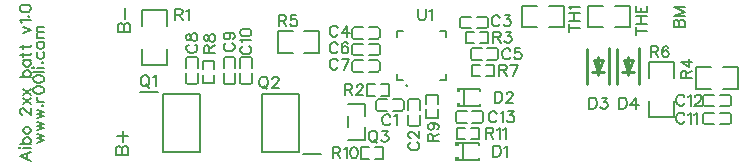
<source format=gto>
G04 Layer: TopSilkscreenLayer*
G04 EasyEDA v6.5.1, 2022-03-31 19:18:02*
G04 fb237d5051ec4c31b6b5e7a524a6c443,10*
G04 Gerber Generator version 0.2*
G04 Scale: 100 percent, Rotated: No, Reflected: No *
G04 Dimensions in millimeters *
G04 leading zeros omitted , absolute positions ,4 integer and 5 decimal *
%FSLAX45Y45*%
%MOMM*%

%ADD10C,0.2540*%
%ADD32C,0.1520*%
%ADD33C,0.1524*%
%ADD34C,0.1999*%
%ADD35C,0.1500*%
%ADD36C,0.1600*%

%LPD*%
D36*
X-151637Y-1322578D02*
G01*
X-56134Y-1358900D01*
X-151637Y-1322578D02*
G01*
X-56134Y-1286255D01*
X-88137Y-1345184D02*
G01*
X-88137Y-1299718D01*
X-151637Y-1256284D02*
G01*
X-147065Y-1251712D01*
X-151637Y-1247139D01*
X-156210Y-1251712D01*
X-151637Y-1256284D01*
X-119887Y-1251712D02*
G01*
X-56134Y-1251712D01*
X-151637Y-1217168D02*
G01*
X-56134Y-1217168D01*
X-106171Y-1217168D02*
G01*
X-115315Y-1208023D01*
X-119887Y-1198879D01*
X-119887Y-1185163D01*
X-115315Y-1176273D01*
X-106171Y-1167129D01*
X-92710Y-1162557D01*
X-83565Y-1162557D01*
X-69850Y-1167129D01*
X-60705Y-1176273D01*
X-56134Y-1185163D01*
X-56134Y-1198879D01*
X-60705Y-1208023D01*
X-69850Y-1217168D01*
X-119887Y-1109726D02*
G01*
X-115315Y-1118870D01*
X-106171Y-1128013D01*
X-92710Y-1132586D01*
X-83565Y-1132586D01*
X-69850Y-1128013D01*
X-60705Y-1118870D01*
X-56134Y-1109726D01*
X-56134Y-1096263D01*
X-60705Y-1087120D01*
X-69850Y-1077976D01*
X-83565Y-1073404D01*
X-92710Y-1073404D01*
X-106171Y-1077976D01*
X-115315Y-1087120D01*
X-119887Y-1096263D01*
X-119887Y-1109726D01*
X-129031Y-969010D02*
G01*
X-133604Y-969010D01*
X-142494Y-964437D01*
X-147065Y-959865D01*
X-151637Y-950721D01*
X-151637Y-932434D01*
X-147065Y-923544D01*
X-142494Y-918971D01*
X-133604Y-914400D01*
X-124460Y-914400D01*
X-115315Y-918971D01*
X-101600Y-928115D01*
X-56134Y-973328D01*
X-56134Y-909828D01*
X-119887Y-879855D02*
G01*
X-56134Y-829818D01*
X-119887Y-829818D02*
G01*
X-56134Y-879855D01*
X-119887Y-799845D02*
G01*
X-56134Y-749807D01*
X-119887Y-749807D02*
G01*
X-56134Y-799845D01*
X-151637Y-649731D02*
G01*
X-56134Y-649731D01*
X-106171Y-649731D02*
G01*
X-115315Y-640842D01*
X-119887Y-631697D01*
X-119887Y-617981D01*
X-115315Y-608837D01*
X-106171Y-599694D01*
X-92710Y-595376D01*
X-83565Y-595376D01*
X-69850Y-599694D01*
X-60705Y-608837D01*
X-56134Y-617981D01*
X-56134Y-631697D01*
X-60705Y-640842D01*
X-69850Y-649731D01*
X-119887Y-510794D02*
G01*
X-56134Y-510794D01*
X-106171Y-510794D02*
G01*
X-115315Y-519684D01*
X-119887Y-528828D01*
X-119887Y-542544D01*
X-115315Y-551687D01*
X-106171Y-560831D01*
X-92710Y-565150D01*
X-83565Y-565150D01*
X-69850Y-560831D01*
X-60705Y-551687D01*
X-56134Y-542544D01*
X-56134Y-528828D01*
X-60705Y-519684D01*
X-69850Y-510794D01*
X-151637Y-467105D02*
G01*
X-74421Y-467105D01*
X-60705Y-462534D01*
X-56134Y-453389D01*
X-56134Y-444245D01*
X-119887Y-480821D02*
G01*
X-119887Y-448818D01*
X-151637Y-400812D02*
G01*
X-74421Y-400812D01*
X-60705Y-396239D01*
X-56134Y-387095D01*
X-56134Y-377952D01*
X-119887Y-414273D02*
G01*
X-119887Y-382523D01*
X-119887Y-277876D02*
G01*
X-56134Y-250697D01*
X-119887Y-223520D02*
G01*
X-56134Y-250697D01*
X-133604Y-193547D02*
G01*
X-138176Y-184404D01*
X-151637Y-170687D01*
X-56134Y-170687D01*
X-78994Y-136144D02*
G01*
X-74421Y-140715D01*
X-69850Y-136144D01*
X-74421Y-131571D01*
X-78994Y-136144D01*
X-151637Y-74421D02*
G01*
X-147065Y-87884D01*
X-133604Y-97028D01*
X-110744Y-101600D01*
X-97281Y-101600D01*
X-74421Y-97028D01*
X-60705Y-87884D01*
X-56134Y-74421D01*
X-56134Y-65278D01*
X-60705Y-51562D01*
X-74421Y-42418D01*
X-97281Y-38100D01*
X-110744Y-38100D01*
X-133604Y-42418D01*
X-147065Y-51562D01*
X-151637Y-65278D01*
X-151637Y-74421D01*
X-5587Y-1206500D02*
G01*
X58165Y-1188212D01*
X-5587Y-1170178D02*
G01*
X58165Y-1188212D01*
X-5587Y-1170178D02*
G01*
X58165Y-1151889D01*
X-5587Y-1133855D02*
G01*
X58165Y-1151889D01*
X-5587Y-1103884D02*
G01*
X58165Y-1085595D01*
X-5587Y-1067307D02*
G01*
X58165Y-1085595D01*
X-5587Y-1067307D02*
G01*
X58165Y-1049273D01*
X-5587Y-1030986D02*
G01*
X58165Y-1049273D01*
X-5587Y-1001013D02*
G01*
X58165Y-982979D01*
X-5587Y-964692D02*
G01*
X58165Y-982979D01*
X-5587Y-964692D02*
G01*
X58165Y-946404D01*
X-5587Y-928370D02*
G01*
X58165Y-946404D01*
X35305Y-893826D02*
G01*
X39878Y-898397D01*
X44450Y-893826D01*
X39878Y-889254D01*
X35305Y-893826D01*
X-5587Y-859281D02*
G01*
X58165Y-859281D01*
X21589Y-859281D02*
G01*
X8128Y-854710D01*
X-1015Y-845565D01*
X-5587Y-836421D01*
X-5587Y-822960D01*
X-37337Y-765555D02*
G01*
X-32765Y-779271D01*
X-19304Y-788415D01*
X3555Y-792987D01*
X17018Y-792987D01*
X39878Y-788415D01*
X53594Y-779271D01*
X58165Y-765555D01*
X58165Y-756412D01*
X53594Y-742950D01*
X39878Y-733805D01*
X17018Y-729234D01*
X3555Y-729234D01*
X-19304Y-733805D01*
X-32765Y-742950D01*
X-37337Y-756412D01*
X-37337Y-765555D01*
X-37337Y-671829D02*
G01*
X-32765Y-685545D01*
X-19304Y-694689D01*
X3555Y-699262D01*
X17018Y-699262D01*
X39878Y-694689D01*
X53594Y-685545D01*
X58165Y-671829D01*
X58165Y-662939D01*
X53594Y-649223D01*
X39878Y-640079D01*
X17018Y-635507D01*
X3555Y-635507D01*
X-19304Y-640079D01*
X-32765Y-649223D01*
X-37337Y-662939D01*
X-37337Y-671829D01*
X-37337Y-605536D02*
G01*
X58165Y-605536D01*
X-37337Y-575563D02*
G01*
X-32765Y-570992D01*
X-37337Y-566420D01*
X-41910Y-570992D01*
X-37337Y-575563D01*
X-5587Y-570992D02*
G01*
X58165Y-570992D01*
X35305Y-531876D02*
G01*
X39878Y-536447D01*
X44450Y-531876D01*
X39878Y-527304D01*
X35305Y-531876D01*
X8128Y-442976D02*
G01*
X-1015Y-451865D01*
X-5587Y-461010D01*
X-5587Y-474726D01*
X-1015Y-483870D01*
X8128Y-492760D01*
X21589Y-497331D01*
X30734Y-497331D01*
X44450Y-492760D01*
X53594Y-483870D01*
X58165Y-474726D01*
X58165Y-461010D01*
X53594Y-451865D01*
X44450Y-442976D01*
X-5587Y-390144D02*
G01*
X-1015Y-399287D01*
X8128Y-408431D01*
X21589Y-412750D01*
X30734Y-412750D01*
X44450Y-408431D01*
X53594Y-399287D01*
X58165Y-390144D01*
X58165Y-376428D01*
X53594Y-367284D01*
X44450Y-358394D01*
X30734Y-353821D01*
X21589Y-353821D01*
X8128Y-358394D01*
X-1015Y-367284D01*
X-5587Y-376428D01*
X-5587Y-390144D01*
X-5587Y-323850D02*
G01*
X58165Y-323850D01*
X12700Y-323850D02*
G01*
X-1015Y-310134D01*
X-5587Y-300989D01*
X-5587Y-287528D01*
X-1015Y-278384D01*
X12700Y-273812D01*
X58165Y-273812D01*
X12700Y-273812D02*
G01*
X-1015Y-260095D01*
X-5587Y-250952D01*
X-5587Y-237489D01*
X-1015Y-228345D01*
X12700Y-223773D01*
X58165Y-223773D01*
X3860800Y-1232662D02*
G01*
X3860800Y-1328165D01*
X3860800Y-1232662D02*
G01*
X3892550Y-1232662D01*
X3906265Y-1237234D01*
X3915409Y-1246123D01*
X3919981Y-1255268D01*
X3924554Y-1268984D01*
X3924554Y-1291589D01*
X3919981Y-1305305D01*
X3915409Y-1314450D01*
X3906265Y-1323594D01*
X3892550Y-1328165D01*
X3860800Y-1328165D01*
X3954525Y-1250695D02*
G01*
X3963415Y-1246123D01*
X3977131Y-1232662D01*
X3977131Y-1328165D01*
X3873500Y-775462D02*
G01*
X3873500Y-870965D01*
X3873500Y-775462D02*
G01*
X3905250Y-775462D01*
X3918965Y-780034D01*
X3928109Y-788923D01*
X3932681Y-798068D01*
X3937254Y-811784D01*
X3937254Y-834389D01*
X3932681Y-848105D01*
X3928109Y-857250D01*
X3918965Y-866394D01*
X3905250Y-870965D01*
X3873500Y-870965D01*
X3971797Y-798068D02*
G01*
X3971797Y-793495D01*
X3976115Y-784605D01*
X3980688Y-780034D01*
X3989831Y-775462D01*
X4008120Y-775462D01*
X4017009Y-780034D01*
X4021581Y-784605D01*
X4026154Y-793495D01*
X4026154Y-802639D01*
X4021581Y-811784D01*
X4012691Y-825500D01*
X3967225Y-870965D01*
X4030725Y-870965D01*
X4673676Y-826262D02*
G01*
X4673676Y-921765D01*
X4673676Y-826262D02*
G01*
X4705426Y-826262D01*
X4719142Y-830834D01*
X4728032Y-839723D01*
X4732604Y-848868D01*
X4737176Y-862584D01*
X4737176Y-885189D01*
X4732604Y-898905D01*
X4728032Y-908050D01*
X4719142Y-917194D01*
X4705426Y-921765D01*
X4673676Y-921765D01*
X4776292Y-826262D02*
G01*
X4826330Y-826262D01*
X4799152Y-862584D01*
X4812614Y-862584D01*
X4821758Y-867155D01*
X4826330Y-871728D01*
X4830902Y-885189D01*
X4830902Y-894334D01*
X4826330Y-908050D01*
X4817186Y-917194D01*
X4803724Y-921765D01*
X4790008Y-921765D01*
X4776292Y-917194D01*
X4771720Y-912621D01*
X4767148Y-903478D01*
X4927600Y-826262D02*
G01*
X4927600Y-921765D01*
X4927600Y-826262D02*
G01*
X4959350Y-826262D01*
X4973065Y-830834D01*
X4982209Y-839723D01*
X4986781Y-848868D01*
X4991354Y-862584D01*
X4991354Y-885189D01*
X4986781Y-898905D01*
X4982209Y-908050D01*
X4973065Y-917194D01*
X4959350Y-921765D01*
X4927600Y-921765D01*
X5066791Y-826262D02*
G01*
X5021325Y-889762D01*
X5089397Y-889762D01*
X5066791Y-826262D02*
G01*
X5066791Y-921765D01*
X903478Y-635762D02*
G01*
X894587Y-640334D01*
X885444Y-649223D01*
X880871Y-658368D01*
X876300Y-672084D01*
X876300Y-694689D01*
X880871Y-708405D01*
X885444Y-717550D01*
X894587Y-726694D01*
X903478Y-731265D01*
X921765Y-731265D01*
X930910Y-726694D01*
X940054Y-717550D01*
X944371Y-708405D01*
X948944Y-694689D01*
X948944Y-672084D01*
X944371Y-658368D01*
X940054Y-649223D01*
X930910Y-640334D01*
X921765Y-635762D01*
X903478Y-635762D01*
X917194Y-712978D02*
G01*
X944371Y-740155D01*
X978915Y-653795D02*
G01*
X988060Y-649223D01*
X1001776Y-635762D01*
X1001776Y-731265D01*
X1906778Y-648462D02*
G01*
X1897887Y-653034D01*
X1888744Y-661923D01*
X1884171Y-671068D01*
X1879600Y-684784D01*
X1879600Y-707389D01*
X1884171Y-721105D01*
X1888744Y-730250D01*
X1897887Y-739394D01*
X1906778Y-743965D01*
X1925065Y-743965D01*
X1934209Y-739394D01*
X1943354Y-730250D01*
X1947672Y-721105D01*
X1952243Y-707389D01*
X1952243Y-684784D01*
X1947672Y-671068D01*
X1943354Y-661923D01*
X1934209Y-653034D01*
X1925065Y-648462D01*
X1906778Y-648462D01*
X1920494Y-725678D02*
G01*
X1947672Y-752855D01*
X1986788Y-671068D02*
G01*
X1986788Y-666495D01*
X1991359Y-657605D01*
X1995931Y-653034D01*
X2005075Y-648462D01*
X2023109Y-648462D01*
X2032254Y-653034D01*
X2036825Y-657605D01*
X2041397Y-666495D01*
X2041397Y-675639D01*
X2036825Y-684784D01*
X2027681Y-698500D01*
X1982215Y-743965D01*
X2045970Y-743965D01*
X2833877Y-1105662D02*
G01*
X2824988Y-1110234D01*
X2815843Y-1119123D01*
X2811272Y-1128268D01*
X2806700Y-1141984D01*
X2806700Y-1164589D01*
X2811272Y-1178305D01*
X2815843Y-1187450D01*
X2824988Y-1196594D01*
X2833877Y-1201165D01*
X2852165Y-1201165D01*
X2861309Y-1196594D01*
X2870454Y-1187450D01*
X2874772Y-1178305D01*
X2879343Y-1164589D01*
X2879343Y-1141984D01*
X2874772Y-1128268D01*
X2870454Y-1119123D01*
X2861309Y-1110234D01*
X2852165Y-1105662D01*
X2833877Y-1105662D01*
X2847593Y-1182878D02*
G01*
X2874772Y-1210055D01*
X2918459Y-1105662D02*
G01*
X2968497Y-1105662D01*
X2941320Y-1141984D01*
X2954781Y-1141984D01*
X2963925Y-1146555D01*
X2968497Y-1151128D01*
X2973070Y-1164589D01*
X2973070Y-1173734D01*
X2968497Y-1187450D01*
X2959354Y-1196594D01*
X2945891Y-1201165D01*
X2932175Y-1201165D01*
X2918459Y-1196594D01*
X2913888Y-1192021D01*
X2909315Y-1182878D01*
X1168400Y-76962D02*
G01*
X1168400Y-172465D01*
X1168400Y-76962D02*
G01*
X1209294Y-76962D01*
X1223010Y-81534D01*
X1227581Y-86105D01*
X1232154Y-94995D01*
X1232154Y-104139D01*
X1227581Y-113284D01*
X1223010Y-117855D01*
X1209294Y-122428D01*
X1168400Y-122428D01*
X1200150Y-122428D02*
G01*
X1232154Y-172465D01*
X1262126Y-94995D02*
G01*
X1271015Y-90423D01*
X1284731Y-76962D01*
X1284731Y-172465D01*
X5449061Y-660400D02*
G01*
X5544565Y-660400D01*
X5449061Y-660400D02*
G01*
X5449061Y-619505D01*
X5453634Y-605789D01*
X5458206Y-601218D01*
X5467095Y-596645D01*
X5476240Y-596645D01*
X5485384Y-601218D01*
X5489956Y-605789D01*
X5494527Y-619505D01*
X5494527Y-660400D01*
X5494527Y-628650D02*
G01*
X5544565Y-596645D01*
X5449061Y-521207D02*
G01*
X5512561Y-566673D01*
X5512561Y-498602D01*
X5449061Y-521207D02*
G01*
X5544565Y-521207D01*
X2044700Y-127762D02*
G01*
X2044700Y-223265D01*
X2044700Y-127762D02*
G01*
X2085593Y-127762D01*
X2099309Y-132334D01*
X2103881Y-136905D01*
X2108454Y-145795D01*
X2108454Y-154939D01*
X2103881Y-164084D01*
X2099309Y-168655D01*
X2085593Y-173228D01*
X2044700Y-173228D01*
X2076450Y-173228D02*
G01*
X2108454Y-223265D01*
X2192781Y-127762D02*
G01*
X2147315Y-127762D01*
X2142997Y-168655D01*
X2147315Y-164084D01*
X2161031Y-159512D01*
X2174747Y-159512D01*
X2188209Y-164084D01*
X2197354Y-173228D01*
X2201925Y-186689D01*
X2201925Y-195834D01*
X2197354Y-209550D01*
X2188209Y-218694D01*
X2174747Y-223265D01*
X2161031Y-223265D01*
X2147315Y-218694D01*
X2142997Y-214121D01*
X2138425Y-204978D01*
X3225800Y-76962D02*
G01*
X3225800Y-145034D01*
X3230372Y-158750D01*
X3239515Y-167894D01*
X3252977Y-172465D01*
X3262122Y-172465D01*
X3275838Y-167894D01*
X3284981Y-158750D01*
X3289554Y-145034D01*
X3289554Y-76962D01*
X3319525Y-94995D02*
G01*
X3328415Y-90423D01*
X3342131Y-76962D01*
X3342131Y-172465D01*
X5385561Y-228600D02*
G01*
X5481065Y-228600D01*
X5385561Y-228600D02*
G01*
X5385561Y-187705D01*
X5390134Y-173989D01*
X5394706Y-169418D01*
X5403595Y-164845D01*
X5412740Y-164845D01*
X5421884Y-169418D01*
X5426456Y-173989D01*
X5431027Y-187705D01*
X5431027Y-228600D02*
G01*
X5431027Y-187705D01*
X5435600Y-173989D01*
X5439918Y-169418D01*
X5449061Y-164845D01*
X5462777Y-164845D01*
X5471922Y-169418D01*
X5476493Y-173989D01*
X5481065Y-187705D01*
X5481065Y-228600D01*
X5385561Y-134873D02*
G01*
X5481065Y-134873D01*
X5385561Y-134873D02*
G01*
X5481065Y-98552D01*
X5385561Y-62229D02*
G01*
X5481065Y-98552D01*
X5385561Y-62229D02*
G01*
X5481065Y-62229D01*
X3160268Y-1201928D02*
G01*
X3151124Y-1206245D01*
X3142234Y-1215389D01*
X3137661Y-1224534D01*
X3137661Y-1242821D01*
X3142234Y-1251712D01*
X3151124Y-1260855D01*
X3160268Y-1265428D01*
X3173984Y-1270000D01*
X3196590Y-1270000D01*
X3210306Y-1265428D01*
X3219450Y-1260855D01*
X3228593Y-1251712D01*
X3233165Y-1242821D01*
X3233165Y-1224534D01*
X3228593Y-1215389D01*
X3219450Y-1206245D01*
X3210306Y-1201928D01*
X3160268Y-1167384D02*
G01*
X3155695Y-1167384D01*
X3146806Y-1162812D01*
X3142234Y-1158239D01*
X3137661Y-1149095D01*
X3137661Y-1130807D01*
X3142234Y-1121918D01*
X3146806Y-1117345D01*
X3155695Y-1112773D01*
X3164840Y-1112773D01*
X3173984Y-1117345D01*
X3187700Y-1126489D01*
X3233165Y-1171702D01*
X3233165Y-1108202D01*
X3916172Y-150368D02*
G01*
X3911854Y-141223D01*
X3902709Y-132334D01*
X3893565Y-127762D01*
X3875277Y-127762D01*
X3866388Y-132334D01*
X3857243Y-141223D01*
X3852672Y-150368D01*
X3848100Y-164084D01*
X3848100Y-186689D01*
X3852672Y-200405D01*
X3857243Y-209550D01*
X3866388Y-218694D01*
X3875277Y-223265D01*
X3893565Y-223265D01*
X3902709Y-218694D01*
X3911854Y-209550D01*
X3916172Y-200405D01*
X3955288Y-127762D02*
G01*
X4005325Y-127762D01*
X3978147Y-164084D01*
X3991609Y-164084D01*
X4000754Y-168655D01*
X4005325Y-173228D01*
X4009897Y-186689D01*
X4009897Y-195834D01*
X4005325Y-209550D01*
X3996181Y-218694D01*
X3982720Y-223265D01*
X3969004Y-223265D01*
X3955288Y-218694D01*
X3950715Y-214121D01*
X3946397Y-204978D01*
X2544572Y-239268D02*
G01*
X2540254Y-230123D01*
X2531109Y-221234D01*
X2521965Y-216662D01*
X2503677Y-216662D01*
X2494788Y-221234D01*
X2485643Y-230123D01*
X2481072Y-239268D01*
X2476500Y-252984D01*
X2476500Y-275589D01*
X2481072Y-289305D01*
X2485643Y-298450D01*
X2494788Y-307594D01*
X2503677Y-312165D01*
X2521965Y-312165D01*
X2531109Y-307594D01*
X2540254Y-298450D01*
X2544572Y-289305D01*
X2620009Y-216662D02*
G01*
X2574797Y-280162D01*
X2642870Y-280162D01*
X2620009Y-216662D02*
G01*
X2620009Y-312165D01*
X2544572Y-378968D02*
G01*
X2540254Y-369823D01*
X2531109Y-360934D01*
X2521965Y-356362D01*
X2503677Y-356362D01*
X2494788Y-360934D01*
X2485643Y-369823D01*
X2481072Y-378968D01*
X2476500Y-392684D01*
X2476500Y-415289D01*
X2481072Y-429005D01*
X2485643Y-438150D01*
X2494788Y-447294D01*
X2503677Y-451865D01*
X2521965Y-451865D01*
X2531109Y-447294D01*
X2540254Y-438150D01*
X2544572Y-429005D01*
X2629154Y-369823D02*
G01*
X2624581Y-360934D01*
X2611120Y-356362D01*
X2601975Y-356362D01*
X2588259Y-360934D01*
X2579115Y-374395D01*
X2574797Y-397255D01*
X2574797Y-419862D01*
X2579115Y-438150D01*
X2588259Y-447294D01*
X2601975Y-451865D01*
X2606547Y-451865D01*
X2620009Y-447294D01*
X2629154Y-438150D01*
X2633725Y-424434D01*
X2633725Y-419862D01*
X2629154Y-406400D01*
X2620009Y-397255D01*
X2606547Y-392684D01*
X2601975Y-392684D01*
X2588259Y-397255D01*
X2579115Y-406400D01*
X2574797Y-419862D01*
X2544572Y-518668D02*
G01*
X2540254Y-509523D01*
X2531109Y-500634D01*
X2521965Y-496062D01*
X2503677Y-496062D01*
X2494788Y-500634D01*
X2485643Y-509523D01*
X2481072Y-518668D01*
X2476500Y-532384D01*
X2476500Y-554989D01*
X2481072Y-568705D01*
X2485643Y-577850D01*
X2494788Y-586994D01*
X2503677Y-591565D01*
X2521965Y-591565D01*
X2531109Y-586994D01*
X2540254Y-577850D01*
X2544572Y-568705D01*
X2638297Y-496062D02*
G01*
X2592831Y-591565D01*
X2574797Y-496062D02*
G01*
X2638297Y-496062D01*
X1280668Y-376428D02*
G01*
X1271523Y-380745D01*
X1262634Y-389889D01*
X1258062Y-399034D01*
X1258062Y-417321D01*
X1262634Y-426212D01*
X1271523Y-435355D01*
X1280668Y-439928D01*
X1294384Y-444500D01*
X1316989Y-444500D01*
X1330705Y-439928D01*
X1339850Y-435355D01*
X1348994Y-426212D01*
X1353565Y-417321D01*
X1353565Y-399034D01*
X1348994Y-389889D01*
X1339850Y-380745D01*
X1330705Y-376428D01*
X1258062Y-323595D02*
G01*
X1262634Y-337312D01*
X1271523Y-341884D01*
X1280668Y-341884D01*
X1289812Y-337312D01*
X1294384Y-328168D01*
X1298955Y-309879D01*
X1303528Y-296418D01*
X1312418Y-287273D01*
X1321562Y-282702D01*
X1335278Y-282702D01*
X1344421Y-287273D01*
X1348994Y-291845D01*
X1353565Y-305307D01*
X1353565Y-323595D01*
X1348994Y-337312D01*
X1344421Y-341884D01*
X1335278Y-346202D01*
X1321562Y-346202D01*
X1312418Y-341884D01*
X1303528Y-332739D01*
X1298955Y-319023D01*
X1294384Y-300989D01*
X1289812Y-291845D01*
X1280668Y-287273D01*
X1271523Y-287273D01*
X1262634Y-291845D01*
X1258062Y-305307D01*
X1258062Y-323595D01*
X1598168Y-363728D02*
G01*
X1589023Y-368045D01*
X1580134Y-377189D01*
X1575562Y-386334D01*
X1575562Y-404621D01*
X1580134Y-413512D01*
X1589023Y-422655D01*
X1598168Y-427228D01*
X1611884Y-431800D01*
X1634489Y-431800D01*
X1648205Y-427228D01*
X1657350Y-422655D01*
X1666494Y-413512D01*
X1671065Y-404621D01*
X1671065Y-386334D01*
X1666494Y-377189D01*
X1657350Y-368045D01*
X1648205Y-363728D01*
X1607312Y-274573D02*
G01*
X1621028Y-279145D01*
X1629918Y-288289D01*
X1634489Y-301752D01*
X1634489Y-306323D01*
X1629918Y-320039D01*
X1621028Y-329184D01*
X1607312Y-333502D01*
X1602739Y-333502D01*
X1589023Y-329184D01*
X1580134Y-320039D01*
X1575562Y-306323D01*
X1575562Y-301752D01*
X1580134Y-288289D01*
X1589023Y-279145D01*
X1607312Y-274573D01*
X1629918Y-274573D01*
X1652778Y-279145D01*
X1666494Y-288289D01*
X1671065Y-301752D01*
X1671065Y-310895D01*
X1666494Y-324612D01*
X1657350Y-329184D01*
X1737868Y-389128D02*
G01*
X1728723Y-393445D01*
X1719834Y-402589D01*
X1715262Y-411734D01*
X1715262Y-430021D01*
X1719834Y-438912D01*
X1728723Y-448055D01*
X1737868Y-452628D01*
X1751584Y-457200D01*
X1774189Y-457200D01*
X1787905Y-452628D01*
X1797050Y-448055D01*
X1806194Y-438912D01*
X1810765Y-430021D01*
X1810765Y-411734D01*
X1806194Y-402589D01*
X1797050Y-393445D01*
X1787905Y-389128D01*
X1733295Y-358902D02*
G01*
X1728723Y-350012D01*
X1715262Y-336295D01*
X1810765Y-336295D01*
X1715262Y-278892D02*
G01*
X1719834Y-292607D01*
X1733295Y-301752D01*
X1756155Y-306323D01*
X1769618Y-306323D01*
X1792478Y-301752D01*
X1806194Y-292607D01*
X1810765Y-278892D01*
X1810765Y-270002D01*
X1806194Y-256286D01*
X1792478Y-247142D01*
X1769618Y-242570D01*
X1756155Y-242570D01*
X1733295Y-247142D01*
X1719834Y-256286D01*
X1715262Y-270002D01*
X1715262Y-278892D01*
X5478272Y-975868D02*
G01*
X5473954Y-966723D01*
X5464809Y-957834D01*
X5455665Y-953262D01*
X5437377Y-953262D01*
X5428488Y-957834D01*
X5419343Y-966723D01*
X5414772Y-975868D01*
X5410200Y-989584D01*
X5410200Y-1012189D01*
X5414772Y-1025905D01*
X5419343Y-1035050D01*
X5428488Y-1044194D01*
X5437377Y-1048765D01*
X5455665Y-1048765D01*
X5464809Y-1044194D01*
X5473954Y-1035050D01*
X5478272Y-1025905D01*
X5508497Y-971295D02*
G01*
X5517388Y-966723D01*
X5531104Y-953262D01*
X5531104Y-1048765D01*
X5561075Y-971295D02*
G01*
X5570220Y-966723D01*
X5583936Y-953262D01*
X5583936Y-1048765D01*
X5478424Y-823417D02*
G01*
X5473852Y-814527D01*
X5464708Y-805383D01*
X5455564Y-800811D01*
X5437530Y-800811D01*
X5428386Y-805383D01*
X5419242Y-814527D01*
X5414670Y-823417D01*
X5410098Y-837133D01*
X5410098Y-859993D01*
X5414670Y-873455D01*
X5419242Y-882599D01*
X5428386Y-891743D01*
X5437530Y-896315D01*
X5455564Y-896315D01*
X5464708Y-891743D01*
X5473852Y-882599D01*
X5478424Y-873455D01*
X5508396Y-819099D02*
G01*
X5517540Y-814527D01*
X5531002Y-800811D01*
X5531002Y-896315D01*
X5565546Y-823417D02*
G01*
X5565546Y-819099D01*
X5570118Y-809955D01*
X5574690Y-805383D01*
X5583834Y-800811D01*
X5602122Y-800811D01*
X5611012Y-805383D01*
X5615584Y-809955D01*
X5620156Y-819099D01*
X5620156Y-827989D01*
X5615584Y-837133D01*
X5606440Y-850849D01*
X5561228Y-896315D01*
X5624728Y-896315D01*
X3890772Y-963168D02*
G01*
X3886454Y-954023D01*
X3877309Y-945134D01*
X3868165Y-940562D01*
X3849877Y-940562D01*
X3840988Y-945134D01*
X3831843Y-954023D01*
X3827272Y-963168D01*
X3822700Y-976884D01*
X3822700Y-999489D01*
X3827272Y-1013205D01*
X3831843Y-1022350D01*
X3840988Y-1031494D01*
X3849877Y-1036065D01*
X3868165Y-1036065D01*
X3877309Y-1031494D01*
X3886454Y-1022350D01*
X3890772Y-1013205D01*
X3920997Y-958595D02*
G01*
X3929888Y-954023D01*
X3943604Y-940562D01*
X3943604Y-1036065D01*
X3982720Y-940562D02*
G01*
X4032758Y-940562D01*
X4005325Y-976884D01*
X4019041Y-976884D01*
X4028186Y-981455D01*
X4032758Y-986028D01*
X4037329Y-999489D01*
X4037329Y-1008634D01*
X4032758Y-1022350D01*
X4023613Y-1031494D01*
X4009897Y-1036065D01*
X3996436Y-1036065D01*
X3982720Y-1031494D01*
X3978147Y-1026921D01*
X3973575Y-1017778D01*
X3860800Y-267462D02*
G01*
X3860800Y-362965D01*
X3860800Y-267462D02*
G01*
X3901693Y-267462D01*
X3915409Y-272034D01*
X3919981Y-276605D01*
X3924554Y-285495D01*
X3924554Y-294639D01*
X3919981Y-303784D01*
X3915409Y-308355D01*
X3901693Y-312928D01*
X3860800Y-312928D01*
X3892550Y-312928D02*
G01*
X3924554Y-362965D01*
X3963415Y-267462D02*
G01*
X4013454Y-267462D01*
X3986275Y-303784D01*
X3999991Y-303784D01*
X4008881Y-308355D01*
X4013454Y-312928D01*
X4018025Y-326389D01*
X4018025Y-335534D01*
X4013454Y-349250D01*
X4004309Y-358394D01*
X3990847Y-362965D01*
X3977131Y-362965D01*
X3963415Y-358394D01*
X3959097Y-353821D01*
X3954525Y-344678D01*
X5194300Y-389940D02*
G01*
X5194300Y-485444D01*
X5194300Y-389940D02*
G01*
X5235193Y-389940D01*
X5248909Y-394512D01*
X5253481Y-399084D01*
X5258054Y-407974D01*
X5258054Y-417118D01*
X5253481Y-426262D01*
X5248909Y-430834D01*
X5235193Y-435406D01*
X5194300Y-435406D01*
X5226050Y-435406D02*
G01*
X5258054Y-485444D01*
X5342381Y-403402D02*
G01*
X5337809Y-394512D01*
X5324347Y-389940D01*
X5315204Y-389940D01*
X5301488Y-394512D01*
X5292597Y-407974D01*
X5288025Y-430834D01*
X5288025Y-453440D01*
X5292597Y-471728D01*
X5301488Y-480872D01*
X5315204Y-485444D01*
X5319775Y-485444D01*
X5333491Y-480872D01*
X5342381Y-471728D01*
X5346954Y-458012D01*
X5346954Y-453440D01*
X5342381Y-439978D01*
X5333491Y-430834D01*
X5319775Y-426262D01*
X5315204Y-426262D01*
X5301488Y-430834D01*
X5292597Y-439978D01*
X5288025Y-453440D01*
X3911600Y-546862D02*
G01*
X3911600Y-642365D01*
X3911600Y-546862D02*
G01*
X3952493Y-546862D01*
X3966209Y-551434D01*
X3970781Y-556005D01*
X3975354Y-564895D01*
X3975354Y-574039D01*
X3970781Y-583184D01*
X3966209Y-587755D01*
X3952493Y-592328D01*
X3911600Y-592328D01*
X3943350Y-592328D02*
G01*
X3975354Y-642365D01*
X4068825Y-546862D02*
G01*
X4023359Y-642365D01*
X4005325Y-546862D02*
G01*
X4068825Y-546862D01*
X1410462Y-444500D02*
G01*
X1505965Y-444500D01*
X1410462Y-444500D02*
G01*
X1410462Y-403605D01*
X1415034Y-389889D01*
X1419605Y-385318D01*
X1428495Y-380745D01*
X1437639Y-380745D01*
X1446784Y-385318D01*
X1451355Y-389889D01*
X1455928Y-403605D01*
X1455928Y-444500D01*
X1455928Y-412750D02*
G01*
X1505965Y-380745D01*
X1410462Y-328168D02*
G01*
X1415034Y-341884D01*
X1423923Y-346202D01*
X1433068Y-346202D01*
X1442212Y-341884D01*
X1446784Y-332739D01*
X1451355Y-314452D01*
X1455928Y-300989D01*
X1464818Y-291845D01*
X1473962Y-287273D01*
X1487678Y-287273D01*
X1496821Y-291845D01*
X1501394Y-296418D01*
X1505965Y-309879D01*
X1505965Y-328168D01*
X1501394Y-341884D01*
X1496821Y-346202D01*
X1487678Y-350773D01*
X1473962Y-350773D01*
X1464818Y-346202D01*
X1455928Y-337312D01*
X1451355Y-323595D01*
X1446784Y-305307D01*
X1442212Y-296418D01*
X1433068Y-291845D01*
X1423923Y-291845D01*
X1415034Y-296418D01*
X1410462Y-309879D01*
X1410462Y-328168D01*
X3302761Y-1193800D02*
G01*
X3398265Y-1193800D01*
X3302761Y-1193800D02*
G01*
X3302761Y-1152905D01*
X3307334Y-1139189D01*
X3311906Y-1134618D01*
X3320795Y-1130045D01*
X3329940Y-1130045D01*
X3339084Y-1134618D01*
X3343656Y-1139189D01*
X3348227Y-1152905D01*
X3348227Y-1193800D01*
X3348227Y-1162050D02*
G01*
X3398265Y-1130045D01*
X3334511Y-1041145D02*
G01*
X3348227Y-1045718D01*
X3357118Y-1054607D01*
X3361690Y-1068323D01*
X3361690Y-1072895D01*
X3357118Y-1086612D01*
X3348227Y-1095502D01*
X3334511Y-1100073D01*
X3329940Y-1100073D01*
X3316224Y-1095502D01*
X3307334Y-1086612D01*
X3302761Y-1072895D01*
X3302761Y-1068323D01*
X3307334Y-1054607D01*
X3316224Y-1045718D01*
X3334511Y-1041145D01*
X3357118Y-1041145D01*
X3379977Y-1045718D01*
X3393693Y-1054607D01*
X3398265Y-1068323D01*
X3398265Y-1077468D01*
X3393693Y-1091184D01*
X3384550Y-1095502D01*
X2501900Y-1245362D02*
G01*
X2501900Y-1340865D01*
X2501900Y-1245362D02*
G01*
X2542793Y-1245362D01*
X2556509Y-1249934D01*
X2561081Y-1254505D01*
X2565654Y-1263395D01*
X2565654Y-1272539D01*
X2561081Y-1281684D01*
X2556509Y-1286255D01*
X2542793Y-1290828D01*
X2501900Y-1290828D01*
X2533650Y-1290828D02*
G01*
X2565654Y-1340865D01*
X2595625Y-1263395D02*
G01*
X2604515Y-1258823D01*
X2618231Y-1245362D01*
X2618231Y-1340865D01*
X2675636Y-1245362D02*
G01*
X2661920Y-1249934D01*
X2652775Y-1263395D01*
X2648204Y-1286255D01*
X2648204Y-1299718D01*
X2652775Y-1322578D01*
X2661920Y-1336294D01*
X2675636Y-1340865D01*
X2684525Y-1340865D01*
X2698241Y-1336294D01*
X2707386Y-1322578D01*
X2711958Y-1299718D01*
X2711958Y-1286255D01*
X2707386Y-1263395D01*
X2698241Y-1249934D01*
X2684525Y-1245362D01*
X2675636Y-1245362D01*
X3797300Y-1080262D02*
G01*
X3797300Y-1175765D01*
X3797300Y-1080262D02*
G01*
X3838193Y-1080262D01*
X3851909Y-1084834D01*
X3856481Y-1089405D01*
X3861054Y-1098295D01*
X3861054Y-1107439D01*
X3856481Y-1116584D01*
X3851909Y-1121155D01*
X3838193Y-1125728D01*
X3797300Y-1125728D01*
X3829050Y-1125728D02*
G01*
X3861054Y-1175765D01*
X3891025Y-1098295D02*
G01*
X3899915Y-1093723D01*
X3913631Y-1080262D01*
X3913631Y-1175765D01*
X3943604Y-1098295D02*
G01*
X3952747Y-1093723D01*
X3966463Y-1080262D01*
X3966463Y-1175765D01*
X2603500Y-711962D02*
G01*
X2603500Y-807465D01*
X2603500Y-711962D02*
G01*
X2644393Y-711962D01*
X2658109Y-716534D01*
X2662681Y-721105D01*
X2667254Y-729995D01*
X2667254Y-739139D01*
X2662681Y-748284D01*
X2658109Y-752855D01*
X2644393Y-757428D01*
X2603500Y-757428D01*
X2635250Y-757428D02*
G01*
X2667254Y-807465D01*
X2701797Y-734568D02*
G01*
X2701797Y-729995D01*
X2706115Y-721105D01*
X2710688Y-716534D01*
X2719831Y-711962D01*
X2738120Y-711962D01*
X2747009Y-716534D01*
X2751581Y-721105D01*
X2756154Y-729995D01*
X2756154Y-739139D01*
X2751581Y-748284D01*
X2742691Y-762000D01*
X2697225Y-807465D01*
X2760725Y-807465D01*
X2989072Y-988568D02*
G01*
X2984754Y-979423D01*
X2975609Y-970534D01*
X2966465Y-965962D01*
X2948177Y-965962D01*
X2939288Y-970534D01*
X2930143Y-979423D01*
X2925572Y-988568D01*
X2921000Y-1002284D01*
X2921000Y-1024889D01*
X2925572Y-1038605D01*
X2930143Y-1047750D01*
X2939288Y-1056894D01*
X2948177Y-1061465D01*
X2966465Y-1061465D01*
X2975609Y-1056894D01*
X2984754Y-1047750D01*
X2989072Y-1038605D01*
X3019297Y-983995D02*
G01*
X3028188Y-979423D01*
X3041904Y-965962D01*
X3041904Y-1061465D01*
X4005072Y-429768D02*
G01*
X4000754Y-420623D01*
X3991609Y-411734D01*
X3982465Y-407162D01*
X3964177Y-407162D01*
X3955288Y-411734D01*
X3946143Y-420623D01*
X3941572Y-429768D01*
X3937000Y-443484D01*
X3937000Y-466089D01*
X3941572Y-479805D01*
X3946143Y-488950D01*
X3955288Y-498094D01*
X3964177Y-502665D01*
X3982465Y-502665D01*
X3991609Y-498094D01*
X4000754Y-488950D01*
X4005072Y-479805D01*
X4089654Y-407162D02*
G01*
X4044188Y-407162D01*
X4039615Y-448055D01*
X4044188Y-443484D01*
X4057904Y-438912D01*
X4071620Y-438912D01*
X4085081Y-443484D01*
X4094225Y-452628D01*
X4098797Y-466089D01*
X4098797Y-475234D01*
X4094225Y-488950D01*
X4085081Y-498094D01*
X4071620Y-502665D01*
X4057904Y-502665D01*
X4044188Y-498094D01*
X4039615Y-493521D01*
X4035297Y-484378D01*
X4496561Y-234950D02*
G01*
X4592065Y-234950D01*
X4496561Y-266700D02*
G01*
X4496561Y-202945D01*
X4496561Y-172973D02*
G01*
X4592065Y-172973D01*
X4496561Y-109473D02*
G01*
X4592065Y-109473D01*
X4542027Y-172973D02*
G01*
X4542027Y-109473D01*
X4514595Y-79502D02*
G01*
X4510024Y-70357D01*
X4496561Y-56642D01*
X4592065Y-56642D01*
X5068061Y-260350D02*
G01*
X5163565Y-260350D01*
X5068061Y-292100D02*
G01*
X5068061Y-228345D01*
X5068061Y-198373D02*
G01*
X5163565Y-198373D01*
X5068061Y-134873D02*
G01*
X5163565Y-134873D01*
X5113527Y-198373D02*
G01*
X5113527Y-134873D01*
X5068061Y-104902D02*
G01*
X5163565Y-104902D01*
X5068061Y-104902D02*
G01*
X5068061Y-45720D01*
X5113527Y-104902D02*
G01*
X5113527Y-68579D01*
X5163565Y-104902D02*
G01*
X5163565Y-45720D01*
X678428Y-266700D02*
G01*
X787394Y-266700D01*
X678428Y-266700D02*
G01*
X678428Y-219963D01*
X683508Y-204470D01*
X688842Y-199136D01*
X699256Y-194055D01*
X709670Y-194055D01*
X720084Y-199136D01*
X725164Y-204470D01*
X730244Y-219963D01*
X730244Y-266700D02*
G01*
X730244Y-219963D01*
X735578Y-204470D01*
X740658Y-199136D01*
X751072Y-194055D01*
X766820Y-194055D01*
X777234Y-199136D01*
X782314Y-204470D01*
X787394Y-219963D01*
X787394Y-266700D01*
X740658Y-159765D02*
G01*
X740658Y-66039D01*
X661499Y-1308183D02*
G01*
X770465Y-1308183D01*
X661499Y-1308183D02*
G01*
X661499Y-1261447D01*
X666579Y-1245699D01*
X671913Y-1240619D01*
X682327Y-1235285D01*
X692741Y-1235285D01*
X703155Y-1240619D01*
X708235Y-1245699D01*
X713315Y-1261447D01*
X713315Y-1308183D02*
G01*
X713315Y-1261447D01*
X718649Y-1245699D01*
X723729Y-1240619D01*
X734143Y-1235285D01*
X749891Y-1235285D01*
X760305Y-1240619D01*
X765385Y-1245699D01*
X770465Y-1261447D01*
X770465Y-1308183D01*
X676993Y-1154259D02*
G01*
X770465Y-1154259D01*
X723729Y-1200995D02*
G01*
X723729Y-1107523D01*
G36*
X3536899Y-1202436D02*
G01*
X3536899Y-1237691D01*
X3567379Y-1237691D01*
X3567379Y-1202436D01*
G37*
G36*
X3536899Y-1327708D02*
G01*
X3536899Y-1362964D01*
X3567379Y-1362964D01*
X3567379Y-1327708D01*
G37*
G36*
X3549599Y-745236D02*
G01*
X3549599Y-780491D01*
X3580079Y-780491D01*
X3580079Y-745236D01*
G37*
G36*
X3549599Y-870508D02*
G01*
X3549599Y-905764D01*
X3580079Y-905764D01*
X3580079Y-870508D01*
G37*
D32*
X3735024Y-1355321D02*
G01*
X3735024Y-1334698D01*
X3735024Y-1210078D02*
G01*
X3735024Y-1229700D01*
D33*
X3559779Y-1210078D02*
G01*
X3735024Y-1210078D01*
X3559779Y-1355321D02*
G01*
X3735024Y-1355321D01*
X3600223Y-1210078D02*
G01*
X3600223Y-1355321D01*
D32*
X3747724Y-898121D02*
G01*
X3747724Y-877498D01*
X3747724Y-752878D02*
G01*
X3747724Y-772500D01*
D33*
X3572479Y-752878D02*
G01*
X3747724Y-752878D01*
X3572479Y-898121D02*
G01*
X3747724Y-898121D01*
X3612923Y-752878D02*
G01*
X3612923Y-898121D01*
D10*
X4655146Y-710803D02*
G01*
X4655146Y-410804D01*
X4843114Y-709467D02*
G01*
X4843114Y-409468D01*
X4749800Y-635000D02*
G01*
X4749800Y-482600D01*
X4699000Y-609600D02*
G01*
X4800600Y-609600D01*
X4790440Y-508000D02*
G01*
X4749800Y-609600D01*
X4709159Y-508000D02*
G01*
X4790440Y-508000D01*
X4749800Y-609600D02*
G01*
X4709159Y-508000D01*
X4909146Y-710803D02*
G01*
X4909146Y-410804D01*
X5097114Y-709467D02*
G01*
X5097114Y-409468D01*
X5003800Y-635000D02*
G01*
X5003800Y-482600D01*
X4953000Y-609600D02*
G01*
X5054600Y-609600D01*
X5044440Y-508000D02*
G01*
X5003800Y-609600D01*
X4963159Y-508000D02*
G01*
X5044440Y-508000D01*
X5003800Y-609600D02*
G01*
X4963159Y-508000D01*
D34*
X1059205Y-796391D02*
G01*
X1379194Y-796391D01*
X1379194Y-1286408D01*
X1059205Y-1286408D01*
X1059205Y-796391D01*
X871702Y-780897D02*
G01*
X1024204Y-780897D01*
X2217394Y-1286408D02*
G01*
X1897405Y-1286408D01*
X1897405Y-796391D01*
X2217394Y-796391D01*
X2217394Y-1286408D01*
X2404897Y-1301902D02*
G01*
X2252395Y-1301902D01*
D33*
X2632478Y-1181320D02*
G01*
X2777721Y-1181320D01*
X2777721Y-1078158D01*
X2632478Y-876079D02*
G01*
X2777721Y-876079D01*
X2777721Y-979241D01*
X2632478Y-1074239D02*
G01*
X2632478Y-983160D01*
X882690Y-412620D02*
G01*
X882690Y-548612D01*
X1098509Y-548612D01*
X1098509Y-412620D01*
X882690Y-222379D02*
G01*
X882690Y-86387D01*
X1098509Y-86387D01*
X1098509Y-222379D01*
X5800719Y-752109D02*
G01*
X5929213Y-752109D01*
X5929213Y-568690D01*
X5800719Y-568690D01*
X5705480Y-752109D02*
G01*
X5576986Y-752109D01*
X5576986Y-568690D01*
X5705480Y-568690D01*
X2162180Y-263890D02*
G01*
X2033686Y-263890D01*
X2033686Y-447309D01*
X2162180Y-447309D01*
X2257419Y-263890D02*
G01*
X2385913Y-263890D01*
X2385913Y-447309D01*
X2257419Y-447309D01*
X3043580Y-311851D02*
G01*
X3043580Y-262280D01*
X3093151Y-262280D01*
X3458819Y-311851D02*
G01*
X3458819Y-262280D01*
X3409248Y-262280D01*
X3043580Y-627948D02*
G01*
X3043580Y-677519D01*
X3093151Y-677519D01*
X3458819Y-627948D02*
G01*
X3458819Y-677519D01*
X3409248Y-677519D01*
X3237560Y-1054130D02*
G01*
X3237560Y-975121D01*
X3137839Y-975121D02*
G01*
X3137839Y-1054130D01*
X3153079Y-1069370D02*
G01*
X3222320Y-1069370D01*
X3237560Y-850869D02*
G01*
X3237560Y-929878D01*
X3137839Y-929878D02*
G01*
X3137839Y-850869D01*
X3153079Y-835629D02*
G01*
X3222320Y-835629D01*
X3594069Y-240360D02*
G01*
X3673078Y-240360D01*
X3673078Y-140639D02*
G01*
X3594069Y-140639D01*
X3578829Y-155879D02*
G01*
X3578829Y-225120D01*
X3797330Y-240360D02*
G01*
X3718321Y-240360D01*
X3718321Y-140639D02*
G01*
X3797330Y-140639D01*
X3812570Y-155879D02*
G01*
X3812570Y-225120D01*
X2882930Y-229539D02*
G01*
X2803921Y-229539D01*
X2803921Y-329260D02*
G01*
X2882930Y-329260D01*
X2898170Y-314020D02*
G01*
X2898170Y-244779D01*
X2679669Y-229539D02*
G01*
X2758678Y-229539D01*
X2758678Y-329260D02*
G01*
X2679669Y-329260D01*
X2664429Y-314020D02*
G01*
X2664429Y-244779D01*
X2882930Y-369239D02*
G01*
X2803921Y-369239D01*
X2803921Y-468960D02*
G01*
X2882930Y-468960D01*
X2898170Y-453720D02*
G01*
X2898170Y-384479D01*
X2679669Y-369239D02*
G01*
X2758678Y-369239D01*
X2758678Y-468960D02*
G01*
X2679669Y-468960D01*
X2664429Y-453720D02*
G01*
X2664429Y-384479D01*
X2882930Y-508939D02*
G01*
X2803921Y-508939D01*
X2803921Y-608660D02*
G01*
X2882930Y-608660D01*
X2898170Y-593420D02*
G01*
X2898170Y-524179D01*
X2679669Y-508939D02*
G01*
X2758678Y-508939D01*
X2758678Y-608660D02*
G01*
X2679669Y-608660D01*
X2664429Y-593420D02*
G01*
X2664429Y-524179D01*
X1258239Y-495269D02*
G01*
X1258239Y-574278D01*
X1357960Y-574278D02*
G01*
X1357960Y-495269D01*
X1342720Y-480029D02*
G01*
X1273479Y-480029D01*
X1258239Y-698530D02*
G01*
X1258239Y-619521D01*
X1357960Y-619521D02*
G01*
X1357960Y-698530D01*
X1342720Y-713770D02*
G01*
X1273479Y-713770D01*
X1575739Y-495269D02*
G01*
X1575739Y-574278D01*
X1675460Y-574278D02*
G01*
X1675460Y-495269D01*
X1660220Y-480029D02*
G01*
X1590979Y-480029D01*
X1575739Y-698530D02*
G01*
X1575739Y-619521D01*
X1675460Y-619521D02*
G01*
X1675460Y-698530D01*
X1660220Y-713770D02*
G01*
X1590979Y-713770D01*
X1815160Y-698530D02*
G01*
X1815160Y-619521D01*
X1715439Y-619521D02*
G01*
X1715439Y-698530D01*
X1730679Y-713770D02*
G01*
X1799920Y-713770D01*
X1815160Y-495269D02*
G01*
X1815160Y-574278D01*
X1715439Y-574278D02*
G01*
X1715439Y-495269D01*
X1730679Y-480029D02*
G01*
X1799920Y-480029D01*
X5854730Y-953439D02*
G01*
X5775721Y-953439D01*
X5775721Y-1053160D02*
G01*
X5854730Y-1053160D01*
X5869970Y-1037920D02*
G01*
X5869970Y-968679D01*
X5651469Y-953439D02*
G01*
X5730478Y-953439D01*
X5730478Y-1053160D02*
G01*
X5651469Y-1053160D01*
X5636229Y-1037920D02*
G01*
X5636229Y-968679D01*
X5651469Y-900760D02*
G01*
X5730478Y-900760D01*
X5730478Y-801039D02*
G01*
X5651469Y-801039D01*
X5636229Y-816279D02*
G01*
X5636229Y-885520D01*
X5854730Y-900760D02*
G01*
X5775721Y-900760D01*
X5775721Y-801039D02*
G01*
X5854730Y-801039D01*
X5869970Y-816279D02*
G01*
X5869970Y-885520D01*
X3759230Y-940739D02*
G01*
X3680221Y-940739D01*
X3680221Y-1040460D02*
G01*
X3759230Y-1040460D01*
X3774470Y-1025220D02*
G01*
X3774470Y-955979D01*
X3555969Y-940739D02*
G01*
X3634978Y-940739D01*
X3634978Y-1040460D02*
G01*
X3555969Y-1040460D01*
X3540729Y-1025220D02*
G01*
X3540729Y-955979D01*
X3743721Y-267639D02*
G01*
X3815524Y-267639D01*
X3815524Y-367360D01*
X3743721Y-367360D01*
X3698478Y-267639D02*
G01*
X3626675Y-267639D01*
X3626675Y-367360D01*
X3698478Y-367360D01*
X5391109Y-662358D02*
G01*
X5391109Y-526366D01*
X5175290Y-526366D01*
X5175290Y-662358D01*
X5391109Y-852599D02*
G01*
X5391109Y-988590D01*
X5175290Y-988590D01*
X5175290Y-852599D01*
X3794521Y-547039D02*
G01*
X3866324Y-547039D01*
X3866324Y-646760D01*
X3794521Y-646760D01*
X3749278Y-547039D02*
G01*
X3677475Y-547039D01*
X3677475Y-646760D01*
X3749278Y-646760D01*
X1397939Y-586978D02*
G01*
X1397939Y-515175D01*
X1497660Y-515175D01*
X1497660Y-586978D01*
X1397939Y-632221D02*
G01*
X1397939Y-704024D01*
X1497660Y-704024D01*
X1497660Y-632221D01*
X3290239Y-879078D02*
G01*
X3290239Y-807275D01*
X3389960Y-807275D01*
X3389960Y-879078D01*
X3290239Y-924321D02*
G01*
X3290239Y-996124D01*
X3389960Y-996124D01*
X3389960Y-924321D01*
X2854721Y-1245539D02*
G01*
X2926524Y-1245539D01*
X2926524Y-1345260D01*
X2854721Y-1345260D01*
X2809478Y-1245539D02*
G01*
X2737675Y-1245539D01*
X2737675Y-1345260D01*
X2809478Y-1345260D01*
X3622278Y-1180160D02*
G01*
X3550475Y-1180160D01*
X3550475Y-1080439D01*
X3622278Y-1080439D01*
X3667521Y-1180160D02*
G01*
X3739324Y-1180160D01*
X3739324Y-1080439D01*
X3667521Y-1080439D01*
X2860278Y-811860D02*
G01*
X2788475Y-811860D01*
X2788475Y-712139D01*
X2860278Y-712139D01*
X2905521Y-811860D02*
G01*
X2977324Y-811860D01*
X2977324Y-712139D01*
X2905521Y-712139D01*
X2882869Y-938860D02*
G01*
X2961878Y-938860D01*
X2961878Y-839139D02*
G01*
X2882869Y-839139D01*
X2867629Y-854379D02*
G01*
X2867629Y-923620D01*
X3086130Y-938860D02*
G01*
X3007121Y-938860D01*
X3007121Y-839139D02*
G01*
X3086130Y-839139D01*
X3101370Y-854379D02*
G01*
X3101370Y-923620D01*
X3886230Y-407339D02*
G01*
X3807221Y-407339D01*
X3807221Y-507060D02*
G01*
X3886230Y-507060D01*
X3901470Y-491820D02*
G01*
X3901470Y-422579D01*
X3682969Y-407339D02*
G01*
X3761978Y-407339D01*
X3761978Y-507060D02*
G01*
X3682969Y-507060D01*
X3667729Y-491820D02*
G01*
X3667729Y-422579D01*
X4327519Y-231409D02*
G01*
X4456013Y-231409D01*
X4456013Y-47990D01*
X4327519Y-47990D01*
X4232280Y-231409D02*
G01*
X4103786Y-231409D01*
X4103786Y-47990D01*
X4232280Y-47990D01*
X4791080Y-47990D02*
G01*
X4662586Y-47990D01*
X4662586Y-231409D01*
X4791080Y-231409D01*
X4886319Y-47990D02*
G01*
X5014813Y-47990D01*
X5014813Y-231409D01*
X4886319Y-231409D01*
G75*
G01*
X3137840Y-1054130D02*
G03*
X3153080Y-1069370I15240J0D01*
G75*
G01*
X3222320Y-1069370D02*
G03*
X3237560Y-1054130I0J15240D01*
G75*
G01*
X3137840Y-850870D02*
G02*
X3153080Y-835630I15240J0D01*
G75*
G01*
X3222320Y-835630D02*
G02*
X3237560Y-850870I0J-15240D01*
G75*
G01*
X3594070Y-140640D02*
G03*
X3578830Y-155880I0J-15240D01*
G75*
G01*
X3578830Y-225120D02*
G03*
X3594070Y-240360I15240J0D01*
G75*
G01*
X3797330Y-140640D02*
G02*
X3812570Y-155880I0J-15240D01*
G75*
G01*
X3812570Y-225120D02*
G02*
X3797330Y-240360I-15240J0D01*
G75*
G01*
X2882930Y-329260D02*
G03*
X2898170Y-314020I0J15240D01*
G75*
G01*
X2898170Y-244780D02*
G03*
X2882930Y-229540I-15240J0D01*
G75*
G01*
X2679670Y-329260D02*
G02*
X2664430Y-314020I0J15240D01*
G75*
G01*
X2664430Y-244780D02*
G02*
X2679670Y-229540I15240J0D01*
G75*
G01*
X2882930Y-468960D02*
G03*
X2898170Y-453720I0J15240D01*
G75*
G01*
X2898170Y-384480D02*
G03*
X2882930Y-369240I-15240J0D01*
G75*
G01*
X2679670Y-468960D02*
G02*
X2664430Y-453720I0J15240D01*
G75*
G01*
X2664430Y-384480D02*
G02*
X2679670Y-369240I15240J0D01*
G75*
G01*
X2882930Y-608660D02*
G03*
X2898170Y-593420I0J15240D01*
G75*
G01*
X2898170Y-524180D02*
G03*
X2882930Y-508940I-15240J0D01*
G75*
G01*
X2679670Y-608660D02*
G02*
X2664430Y-593420I0J15240D01*
G75*
G01*
X2664430Y-524180D02*
G02*
X2679670Y-508940I15240J0D01*
G75*
G01*
X1357960Y-495270D02*
G03*
X1342720Y-480030I-15240J0D01*
G75*
G01*
X1273480Y-480030D02*
G03*
X1258240Y-495270I0J-15240D01*
G75*
G01*
X1357960Y-698530D02*
G02*
X1342720Y-713770I-15240J0D01*
G75*
G01*
X1273480Y-713770D02*
G02*
X1258240Y-698530I0J15240D01*
G75*
G01*
X1675460Y-495270D02*
G03*
X1660220Y-480030I-15240J0D01*
G75*
G01*
X1590980Y-480030D02*
G03*
X1575740Y-495270I0J-15240D01*
G75*
G01*
X1675460Y-698530D02*
G02*
X1660220Y-713770I-15240J0D01*
G75*
G01*
X1590980Y-713770D02*
G02*
X1575740Y-698530I0J15240D01*
G75*
G01*
X1715440Y-698530D02*
G03*
X1730680Y-713770I15240J0D01*
G75*
G01*
X1799920Y-713770D02*
G03*
X1815160Y-698530I0J15240D01*
G75*
G01*
X1715440Y-495270D02*
G02*
X1730680Y-480030I15240J0D01*
G75*
G01*
X1799920Y-480030D02*
G02*
X1815160Y-495270I0J-15240D01*
G75*
G01*
X5854730Y-1053160D02*
G03*
X5869970Y-1037920I0J15240D01*
G75*
G01*
X5869970Y-968680D02*
G03*
X5854730Y-953440I-15240J0D01*
G75*
G01*
X5651470Y-1053160D02*
G02*
X5636230Y-1037920I0J15240D01*
G75*
G01*
X5636230Y-968680D02*
G02*
X5651470Y-953440I15240J0D01*
G75*
G01*
X5651470Y-801040D02*
G03*
X5636230Y-816280I0J-15240D01*
G75*
G01*
X5636230Y-885520D02*
G03*
X5651470Y-900760I15240J0D01*
G75*
G01*
X5854730Y-801040D02*
G02*
X5869970Y-816280I0J-15240D01*
G75*
G01*
X5869970Y-885520D02*
G02*
X5854730Y-900760I-15240J0D01*
G75*
G01*
X3759230Y-1040460D02*
G03*
X3774470Y-1025220I0J15240D01*
G75*
G01*
X3774470Y-955980D02*
G03*
X3759230Y-940740I-15240J0D01*
G75*
G01*
X3555970Y-1040460D02*
G02*
X3540730Y-1025220I0J15240D01*
G75*
G01*
X3540730Y-955980D02*
G02*
X3555970Y-940740I15240J0D01*
G75*
G01*
X2882870Y-839140D02*
G03*
X2867630Y-854380I0J-15240D01*
G75*
G01*
X2867630Y-923620D02*
G03*
X2882870Y-938860I15240J0D01*
G75*
G01*
X3086130Y-839140D02*
G02*
X3101370Y-854380I0J-15240D01*
G75*
G01*
X3101370Y-923620D02*
G02*
X3086130Y-938860I-15240J0D01*
G75*
G01*
X3886230Y-507060D02*
G03*
X3901470Y-491820I0J15240D01*
G75*
G01*
X3901470Y-422580D02*
G03*
X3886230Y-407340I-15240J0D01*
G75*
G01*
X3682970Y-507060D02*
G02*
X3667730Y-491820I0J15240D01*
G75*
G01*
X3667730Y-422580D02*
G02*
X3682970Y-407340I15240J0D01*
D35*
G75*
G01
X3133700Y-723900D02*
G03X3133700Y-723900I-7493J0D01*
M02*

</source>
